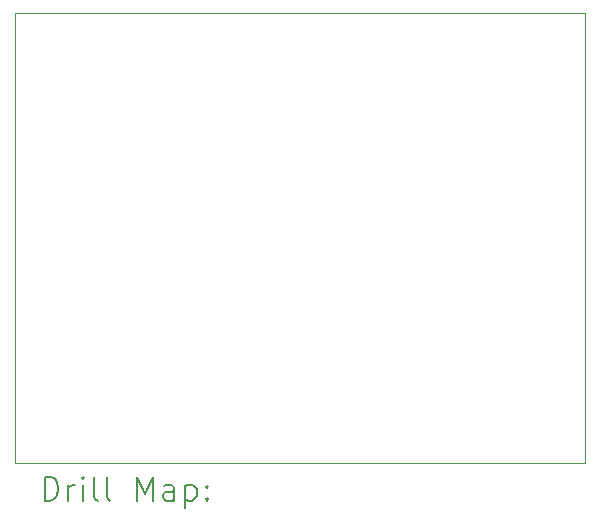
<source format=gbr>
%TF.GenerationSoftware,KiCad,Pcbnew,(6.0.8)*%
%TF.CreationDate,2022-12-23T18:45:43+01:00*%
%TF.ProjectId,Neopixel_LED_Star,4e656f70-6978-4656-9c5f-4c45445f5374,rev?*%
%TF.SameCoordinates,Original*%
%TF.FileFunction,Drillmap*%
%TF.FilePolarity,Positive*%
%FSLAX45Y45*%
G04 Gerber Fmt 4.5, Leading zero omitted, Abs format (unit mm)*
G04 Created by KiCad (PCBNEW (6.0.8)) date 2022-12-23 18:45:43*
%MOMM*%
%LPD*%
G01*
G04 APERTURE LIST*
%ADD10C,0.100000*%
%ADD11C,0.200000*%
G04 APERTURE END LIST*
D10*
X12192000Y-10668000D02*
X12192000Y-6858000D01*
X17018000Y-6858000D02*
X17018000Y-10668000D01*
X12192000Y-6858000D02*
X17018000Y-6858000D01*
X17018000Y-10668000D02*
X12192000Y-10668000D01*
D11*
X12444619Y-10983476D02*
X12444619Y-10783476D01*
X12492238Y-10783476D01*
X12520809Y-10793000D01*
X12539857Y-10812048D01*
X12549381Y-10831095D01*
X12558905Y-10869190D01*
X12558905Y-10897762D01*
X12549381Y-10935857D01*
X12539857Y-10954905D01*
X12520809Y-10973952D01*
X12492238Y-10983476D01*
X12444619Y-10983476D01*
X12644619Y-10983476D02*
X12644619Y-10850143D01*
X12644619Y-10888238D02*
X12654143Y-10869190D01*
X12663667Y-10859667D01*
X12682714Y-10850143D01*
X12701762Y-10850143D01*
X12768428Y-10983476D02*
X12768428Y-10850143D01*
X12768428Y-10783476D02*
X12758905Y-10793000D01*
X12768428Y-10802524D01*
X12777952Y-10793000D01*
X12768428Y-10783476D01*
X12768428Y-10802524D01*
X12892238Y-10983476D02*
X12873190Y-10973952D01*
X12863667Y-10954905D01*
X12863667Y-10783476D01*
X12997000Y-10983476D02*
X12977952Y-10973952D01*
X12968428Y-10954905D01*
X12968428Y-10783476D01*
X13225571Y-10983476D02*
X13225571Y-10783476D01*
X13292238Y-10926333D01*
X13358905Y-10783476D01*
X13358905Y-10983476D01*
X13539857Y-10983476D02*
X13539857Y-10878714D01*
X13530333Y-10859667D01*
X13511286Y-10850143D01*
X13473190Y-10850143D01*
X13454143Y-10859667D01*
X13539857Y-10973952D02*
X13520809Y-10983476D01*
X13473190Y-10983476D01*
X13454143Y-10973952D01*
X13444619Y-10954905D01*
X13444619Y-10935857D01*
X13454143Y-10916810D01*
X13473190Y-10907286D01*
X13520809Y-10907286D01*
X13539857Y-10897762D01*
X13635095Y-10850143D02*
X13635095Y-11050143D01*
X13635095Y-10859667D02*
X13654143Y-10850143D01*
X13692238Y-10850143D01*
X13711286Y-10859667D01*
X13720809Y-10869190D01*
X13730333Y-10888238D01*
X13730333Y-10945381D01*
X13720809Y-10964429D01*
X13711286Y-10973952D01*
X13692238Y-10983476D01*
X13654143Y-10983476D01*
X13635095Y-10973952D01*
X13816048Y-10964429D02*
X13825571Y-10973952D01*
X13816048Y-10983476D01*
X13806524Y-10973952D01*
X13816048Y-10964429D01*
X13816048Y-10983476D01*
X13816048Y-10859667D02*
X13825571Y-10869190D01*
X13816048Y-10878714D01*
X13806524Y-10869190D01*
X13816048Y-10859667D01*
X13816048Y-10878714D01*
M02*

</source>
